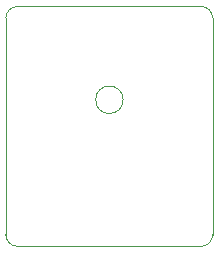
<source format=gbr>
G04 #@! TF.GenerationSoftware,KiCad,Pcbnew,(5.1.10-1-10_14)*
G04 #@! TF.CreationDate,2021-10-22T13:12:01-04:00*
G04 #@! TF.ProjectId,Extron Audio 3.5mm Adapter,45787472-6f6e-4204-9175-64696f20332e,1*
G04 #@! TF.SameCoordinates,Original*
G04 #@! TF.FileFunction,Profile,NP*
%FSLAX46Y46*%
G04 Gerber Fmt 4.6, Leading zero omitted, Abs format (unit mm)*
G04 Created by KiCad (PCBNEW (5.1.10-1-10_14)) date 2021-10-22 13:12:01*
%MOMM*%
%LPD*%
G01*
G04 APERTURE LIST*
G04 #@! TA.AperFunction,Profile*
%ADD10C,0.100000*%
G04 #@! TD*
G04 APERTURE END LIST*
D10*
X153200000Y-100369951D02*
G75*
G02*
X154200049Y-101370000I0J-1000049D01*
G01*
X136679951Y-101370000D02*
G75*
G02*
X137680000Y-100369951I1000049J0D01*
G01*
X137680000Y-120690049D02*
G75*
G02*
X136679951Y-119690000I0J1000049D01*
G01*
X154200049Y-119690000D02*
G75*
G02*
X153200000Y-120690049I-1000049J0D01*
G01*
X146609655Y-108280000D02*
G75*
G03*
X146609655Y-108280000I-1159655J0D01*
G01*
X136679951Y-119690000D02*
X136679951Y-101370000D01*
X153200000Y-120690049D02*
X137680000Y-120690049D01*
X154200049Y-101370000D02*
X154200049Y-119690000D01*
X137680000Y-100369951D02*
X153200000Y-100369951D01*
M02*

</source>
